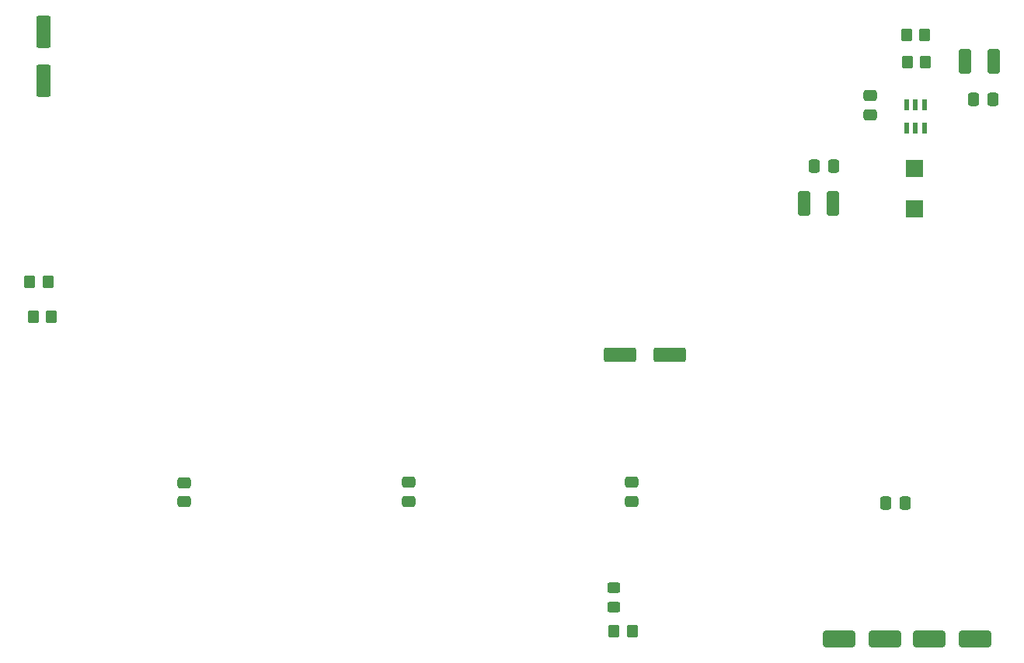
<source format=gtp>
G04 #@! TF.GenerationSoftware,KiCad,Pcbnew,7.0.7+dfsg-1*
G04 #@! TF.CreationDate,2024-09-08T18:11:18+02:00*
G04 #@! TF.ProjectId,motion-board-evoII,6d6f7469-6f6e-42d6-926f-6172642d6576,rev?*
G04 #@! TF.SameCoordinates,Original*
G04 #@! TF.FileFunction,Paste,Top*
G04 #@! TF.FilePolarity,Positive*
%FSLAX46Y46*%
G04 Gerber Fmt 4.6, Leading zero omitted, Abs format (unit mm)*
G04 Created by KiCad (PCBNEW 7.0.7+dfsg-1) date 2024-09-08 18:11:18*
%MOMM*%
%LPD*%
G01*
G04 APERTURE LIST*
G04 Aperture macros list*
%AMRoundRect*
0 Rectangle with rounded corners*
0 $1 Rounding radius*
0 $2 $3 $4 $5 $6 $7 $8 $9 X,Y pos of 4 corners*
0 Add a 4 corners polygon primitive as box body*
4,1,4,$2,$3,$4,$5,$6,$7,$8,$9,$2,$3,0*
0 Add four circle primitives for the rounded corners*
1,1,$1+$1,$2,$3*
1,1,$1+$1,$4,$5*
1,1,$1+$1,$6,$7*
1,1,$1+$1,$8,$9*
0 Add four rect primitives between the rounded corners*
20,1,$1+$1,$2,$3,$4,$5,0*
20,1,$1+$1,$4,$5,$6,$7,0*
20,1,$1+$1,$6,$7,$8,$9,0*
20,1,$1+$1,$8,$9,$2,$3,0*%
G04 Aperture macros list end*
%ADD10RoundRect,0.250000X-0.337500X-0.475000X0.337500X-0.475000X0.337500X0.475000X-0.337500X0.475000X0*%
%ADD11RoundRect,0.250000X0.550000X-1.500000X0.550000X1.500000X-0.550000X1.500000X-0.550000X-1.500000X0*%
%ADD12RoundRect,0.250000X0.350000X0.450000X-0.350000X0.450000X-0.350000X-0.450000X0.350000X-0.450000X0*%
%ADD13RoundRect,0.250000X1.500000X0.550000X-1.500000X0.550000X-1.500000X-0.550000X1.500000X-0.550000X0*%
%ADD14RoundRect,0.250000X-0.350000X-0.450000X0.350000X-0.450000X0.350000X0.450000X-0.350000X0.450000X0*%
%ADD15RoundRect,0.250000X-0.412500X-1.100000X0.412500X-1.100000X0.412500X1.100000X-0.412500X1.100000X0*%
%ADD16RoundRect,0.250000X0.475000X-0.337500X0.475000X0.337500X-0.475000X0.337500X-0.475000X-0.337500X0*%
%ADD17RoundRect,0.250000X-0.450000X0.325000X-0.450000X-0.325000X0.450000X-0.325000X0.450000X0.325000X0*%
%ADD18RoundRect,0.250000X-1.500000X-0.650000X1.500000X-0.650000X1.500000X0.650000X-1.500000X0.650000X0*%
%ADD19RoundRect,0.250000X1.500000X0.650000X-1.500000X0.650000X-1.500000X-0.650000X1.500000X-0.650000X0*%
%ADD20R,1.850000X1.900000*%
%ADD21R,0.600000X1.250000*%
%ADD22RoundRect,0.250000X-0.475000X0.337500X-0.475000X-0.337500X0.475000X-0.337500X0.475000X0.337500X0*%
G04 APERTURE END LIST*
D10*
X144305200Y-43510200D03*
X146380200Y-43510200D03*
D11*
X60299600Y-34196000D03*
X60299600Y-28796000D03*
D10*
X161674900Y-36169600D03*
X163749900Y-36169600D03*
D12*
X124469400Y-94157800D03*
X122469400Y-94157800D03*
D13*
X128531600Y-64058800D03*
X123131600Y-64058800D03*
D14*
X154346400Y-29133800D03*
X156346400Y-29133800D03*
D15*
X143229800Y-47574200D03*
X146354800Y-47574200D03*
D16*
X75590400Y-80060800D03*
X75590400Y-77985800D03*
D17*
X122478800Y-89484200D03*
X122478800Y-91534200D03*
D16*
X100076000Y-80056900D03*
X100076000Y-77981900D03*
D18*
X156808800Y-95046800D03*
X161808800Y-95046800D03*
D19*
X151989307Y-95031780D03*
X146989307Y-95031780D03*
D20*
X155244800Y-43764200D03*
X155244800Y-48124200D03*
D21*
X154377800Y-39308200D03*
X155327800Y-39308200D03*
X156277800Y-39308200D03*
X156277800Y-36808200D03*
X155327800Y-36808200D03*
X154377800Y-36808200D03*
D16*
X124409200Y-80031500D03*
X124409200Y-77956500D03*
D14*
X59163200Y-59867800D03*
X61163200Y-59867800D03*
D15*
X160705000Y-32054800D03*
X163830000Y-32054800D03*
D10*
X152103000Y-80213200D03*
X154178000Y-80213200D03*
D22*
X150418800Y-35784100D03*
X150418800Y-37859100D03*
D14*
X58817000Y-56108600D03*
X60817000Y-56108600D03*
D12*
X156422600Y-32105600D03*
X154422600Y-32105600D03*
M02*

</source>
